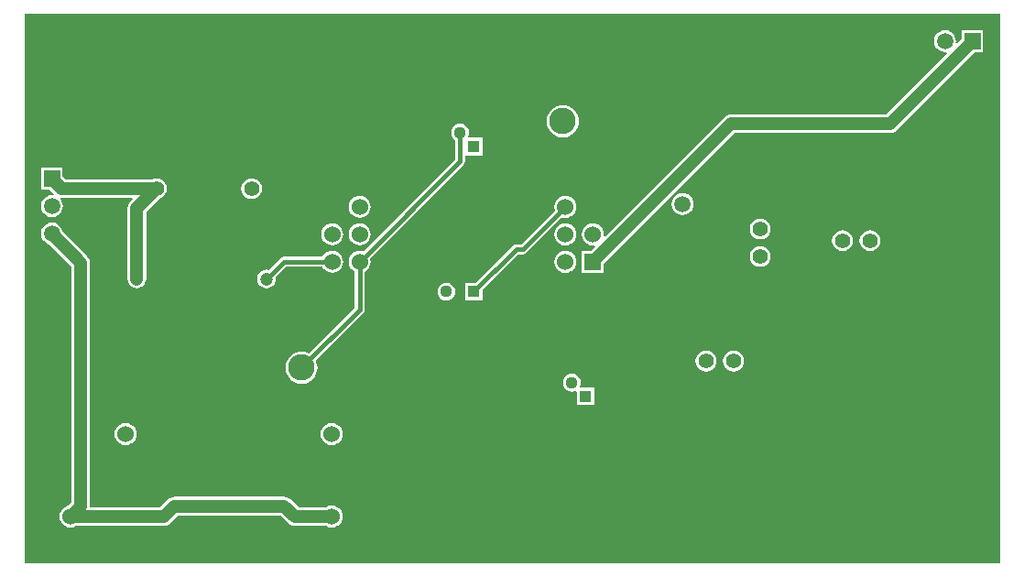
<source format=gbl>
G04*
G04 #@! TF.GenerationSoftware,Altium Limited,Altium Designer,22.1.2 (22)*
G04*
G04 Layer_Physical_Order=2*
G04 Layer_Color=16711680*
%FSLAX25Y25*%
%MOIN*%
G70*
G04*
G04 #@! TF.SameCoordinates,7B28BA5E-EB16-4CEF-8106-4BD257A4405A*
G04*
G04*
G04 #@! TF.FilePolarity,Positive*
G04*
G01*
G75*
%ADD13C,0.01000*%
%ADD20C,0.09646*%
%ADD26C,0.04724*%
%ADD27C,0.01500*%
%ADD28R,0.05906X0.05906*%
%ADD29C,0.05906*%
%ADD30R,0.05906X0.05906*%
%ADD31C,0.06000*%
%ADD32C,0.04449*%
%ADD33R,0.04449X0.04449*%
%ADD34R,0.06000X0.06000*%
%ADD35C,0.05512*%
%ADD36C,0.04724*%
%ADD37C,0.05000*%
G36*
X-4Y-189673D02*
X-355004D01*
Y10327D01*
X-4D01*
Y-189673D01*
D02*
G37*
%LPC*%
G36*
X-20001Y4339D02*
X-21033Y4204D01*
X-21995Y3805D01*
X-22821Y3172D01*
X-23454Y2346D01*
X-23853Y1384D01*
X-23988Y353D01*
X-23853Y-679D01*
X-23454Y-1641D01*
X-22821Y-2467D01*
X-21995Y-3100D01*
X-21033Y-3498D01*
X-20001Y-3634D01*
X-19414Y-3557D01*
X-19180Y-4030D01*
X-41404Y-26254D01*
X-97755D01*
X-97755Y-26254D01*
X-98194Y-26311D01*
X-98633Y-26369D01*
X-99451Y-26708D01*
X-100153Y-27247D01*
X-100153Y-27247D01*
X-143672Y-70766D01*
X-144146Y-70533D01*
X-144076Y-70000D01*
X-144213Y-68956D01*
X-144616Y-67983D01*
X-145257Y-67147D01*
X-146093Y-66506D01*
X-147066Y-66103D01*
X-148110Y-65965D01*
X-149154Y-66103D01*
X-150127Y-66506D01*
X-150963Y-67147D01*
X-151604Y-67983D01*
X-152007Y-68956D01*
X-152145Y-70000D01*
X-152007Y-71044D01*
X-151604Y-72017D01*
X-150963Y-72853D01*
X-150127Y-73494D01*
X-149154Y-73897D01*
X-148110Y-74035D01*
X-147578Y-73964D01*
X-147344Y-74438D01*
X-148906Y-76000D01*
X-152110D01*
Y-84000D01*
X-144110D01*
Y-80796D01*
X-96350Y-33036D01*
X-39959D01*
X-39081Y-32921D01*
X-38263Y-32582D01*
X-37561Y-32043D01*
X-37430Y-31872D01*
X-9158Y-3600D01*
X-6049D01*
Y4305D01*
X-13954D01*
Y1196D01*
X-15618Y-468D01*
X-16092Y-235D01*
X-16015Y353D01*
X-16150Y1384D01*
X-16549Y2346D01*
X-17182Y3172D01*
X-18008Y3805D01*
X-18970Y4204D01*
X-20001Y4339D01*
D02*
G37*
G36*
X-159095Y-22929D02*
X-160236Y-23041D01*
X-161334Y-23374D01*
X-162345Y-23915D01*
X-163232Y-24642D01*
X-163959Y-25529D01*
X-164500Y-26540D01*
X-164833Y-27638D01*
X-164945Y-28780D01*
X-164833Y-29921D01*
X-164500Y-31019D01*
X-163959Y-32030D01*
X-163232Y-32917D01*
X-162345Y-33645D01*
X-161334Y-34185D01*
X-160236Y-34518D01*
X-159095Y-34631D01*
X-157953Y-34518D01*
X-156855Y-34185D01*
X-155844Y-33645D01*
X-154957Y-32917D01*
X-154230Y-32030D01*
X-153689Y-31019D01*
X-153356Y-29921D01*
X-153244Y-28780D01*
X-153356Y-27638D01*
X-153689Y-26540D01*
X-154230Y-25529D01*
X-154957Y-24642D01*
X-155844Y-23915D01*
X-156855Y-23374D01*
X-157953Y-23041D01*
X-159095Y-22929D01*
D02*
G37*
G36*
X-341078Y-45733D02*
X-348983D01*
Y-53638D01*
X-345883D01*
X-344221Y-55301D01*
X-344454Y-55775D01*
X-345031Y-55699D01*
X-346062Y-55835D01*
X-347024Y-56233D01*
X-347850Y-56867D01*
X-348483Y-57692D01*
X-348882Y-58654D01*
X-349018Y-59686D01*
X-348882Y-60718D01*
X-348483Y-61679D01*
X-347850Y-62505D01*
X-347024Y-63139D01*
X-346062Y-63537D01*
X-345031Y-63673D01*
X-343999Y-63537D01*
X-343037Y-63139D01*
X-342212Y-62505D01*
X-341578Y-61679D01*
X-341180Y-60718D01*
X-341044Y-59686D01*
X-341180Y-58654D01*
X-341578Y-57692D01*
X-342009Y-57131D01*
X-341738Y-56662D01*
X-341412Y-56705D01*
X-315845D01*
X-315654Y-57167D01*
X-316492Y-58006D01*
X-317031Y-58708D01*
X-317230Y-59187D01*
X-317370Y-59526D01*
X-317486Y-60404D01*
Y-86181D01*
X-317370Y-87059D01*
X-317031Y-87877D01*
X-316492Y-88579D01*
X-315790Y-89118D01*
X-314972Y-89457D01*
X-314094Y-89572D01*
X-313217Y-89457D01*
X-312399Y-89118D01*
X-311697Y-88579D01*
X-311158Y-87877D01*
X-310819Y-87059D01*
X-310703Y-86181D01*
Y-61808D01*
X-305757Y-56863D01*
X-305111Y-56595D01*
X-304326Y-55993D01*
X-303724Y-55208D01*
X-303345Y-54294D01*
X-303216Y-53314D01*
X-303345Y-52333D01*
X-303724Y-51420D01*
X-304326Y-50635D01*
X-305111Y-50033D01*
X-306024Y-49655D01*
X-307005Y-49526D01*
X-307985Y-49655D01*
X-308632Y-49923D01*
X-340007D01*
X-341078Y-48852D01*
Y-45733D01*
D02*
G37*
G36*
X-272362Y-49525D02*
X-273343Y-49655D01*
X-274256Y-50033D01*
X-275041Y-50635D01*
X-275643Y-51420D01*
X-276021Y-52333D01*
X-276150Y-53314D01*
X-276021Y-54294D01*
X-275643Y-55208D01*
X-275041Y-55993D01*
X-274256Y-56595D01*
X-273343Y-56973D01*
X-272362Y-57102D01*
X-271382Y-56973D01*
X-270468Y-56595D01*
X-269684Y-55993D01*
X-269081Y-55208D01*
X-268703Y-54294D01*
X-268574Y-53314D01*
X-268703Y-52333D01*
X-269081Y-51420D01*
X-269684Y-50635D01*
X-270468Y-50033D01*
X-271382Y-49655D01*
X-272362Y-49525D01*
D02*
G37*
G36*
X-115472Y-54911D02*
X-116504Y-55047D01*
X-117466Y-55445D01*
X-118292Y-56078D01*
X-118925Y-56904D01*
X-119324Y-57866D01*
X-119459Y-58898D01*
X-119324Y-59930D01*
X-118925Y-60891D01*
X-118292Y-61717D01*
X-117466Y-62350D01*
X-116504Y-62749D01*
X-115472Y-62884D01*
X-114441Y-62749D01*
X-113479Y-62350D01*
X-112653Y-61717D01*
X-112020Y-60891D01*
X-111621Y-59930D01*
X-111486Y-58898D01*
X-111621Y-57866D01*
X-112020Y-56904D01*
X-112653Y-56078D01*
X-113479Y-55445D01*
X-114441Y-55047D01*
X-115472Y-54911D01*
D02*
G37*
G36*
X-232953Y-55887D02*
X-233997Y-56024D01*
X-234970Y-56427D01*
X-235806Y-57068D01*
X-236447Y-57904D01*
X-236850Y-58877D01*
X-236987Y-59921D01*
X-236850Y-60966D01*
X-236447Y-61939D01*
X-235806Y-62774D01*
X-234970Y-63415D01*
X-233997Y-63818D01*
X-232953Y-63956D01*
X-231909Y-63818D01*
X-230936Y-63415D01*
X-230100Y-62774D01*
X-229459Y-61939D01*
X-229056Y-60966D01*
X-228918Y-59921D01*
X-229056Y-58877D01*
X-229459Y-57904D01*
X-230100Y-57068D01*
X-230936Y-56427D01*
X-231909Y-56024D01*
X-232953Y-55887D01*
D02*
G37*
G36*
X-158110Y-55966D02*
X-159154Y-56103D01*
X-160127Y-56506D01*
X-160963Y-57147D01*
X-161604Y-57983D01*
X-162007Y-58956D01*
X-162145Y-60000D01*
X-162007Y-61044D01*
X-161911Y-61277D01*
X-174260Y-73627D01*
X-176041D01*
X-176041Y-73627D01*
X-176724Y-73763D01*
X-177303Y-74149D01*
X-190756Y-87602D01*
X-194681D01*
Y-94051D01*
X-188232D01*
Y-90126D01*
X-175302Y-77195D01*
X-173521D01*
X-172838Y-77060D01*
X-172260Y-76673D01*
X-159387Y-63801D01*
X-159154Y-63897D01*
X-158110Y-64034D01*
X-157066Y-63897D01*
X-156093Y-63494D01*
X-155257Y-62853D01*
X-154616Y-62017D01*
X-154213Y-61044D01*
X-154076Y-60000D01*
X-154213Y-58956D01*
X-154616Y-57983D01*
X-155257Y-57147D01*
X-156093Y-56506D01*
X-157066Y-56103D01*
X-158110Y-55966D01*
D02*
G37*
G36*
X-87205Y-64204D02*
X-88185Y-64333D01*
X-89099Y-64711D01*
X-89884Y-65313D01*
X-90486Y-66098D01*
X-90864Y-67012D01*
X-90993Y-67992D01*
X-90864Y-68973D01*
X-90486Y-69886D01*
X-89884Y-70671D01*
X-89099Y-71273D01*
X-88185Y-71651D01*
X-87205Y-71780D01*
X-86224Y-71651D01*
X-85311Y-71273D01*
X-84526Y-70671D01*
X-83924Y-69886D01*
X-83546Y-68973D01*
X-83416Y-67992D01*
X-83546Y-67012D01*
X-83924Y-66098D01*
X-84526Y-65313D01*
X-85311Y-64711D01*
X-86224Y-64333D01*
X-87205Y-64204D01*
D02*
G37*
G36*
X-232953Y-65887D02*
X-233997Y-66024D01*
X-234970Y-66427D01*
X-235806Y-67068D01*
X-236447Y-67904D01*
X-236850Y-68877D01*
X-236987Y-69921D01*
X-236850Y-70965D01*
X-236447Y-71939D01*
X-235806Y-72774D01*
X-234970Y-73415D01*
X-233997Y-73818D01*
X-232953Y-73956D01*
X-231909Y-73818D01*
X-230936Y-73415D01*
X-230100Y-72774D01*
X-229459Y-71939D01*
X-229056Y-70965D01*
X-228918Y-69921D01*
X-229056Y-68877D01*
X-229459Y-67904D01*
X-230100Y-67068D01*
X-230936Y-66427D01*
X-231909Y-66024D01*
X-232953Y-65887D01*
D02*
G37*
G36*
X-242953D02*
X-243997Y-66024D01*
X-244970Y-66427D01*
X-245806Y-67068D01*
X-246447Y-67904D01*
X-246850Y-68877D01*
X-246987Y-69921D01*
X-246850Y-70965D01*
X-246447Y-71939D01*
X-245806Y-72774D01*
X-244970Y-73415D01*
X-243997Y-73818D01*
X-242953Y-73956D01*
X-241909Y-73818D01*
X-240935Y-73415D01*
X-240100Y-72774D01*
X-239459Y-71939D01*
X-239056Y-70965D01*
X-238918Y-69921D01*
X-239056Y-68877D01*
X-239459Y-67904D01*
X-240100Y-67068D01*
X-240935Y-66427D01*
X-241909Y-66024D01*
X-242953Y-65887D01*
D02*
G37*
G36*
X-158110Y-65965D02*
X-159154Y-66103D01*
X-160127Y-66506D01*
X-160963Y-67147D01*
X-161604Y-67983D01*
X-162007Y-68956D01*
X-162145Y-70000D01*
X-162007Y-71044D01*
X-161604Y-72017D01*
X-160963Y-72853D01*
X-160127Y-73494D01*
X-159154Y-73897D01*
X-158110Y-74035D01*
X-157066Y-73897D01*
X-156093Y-73494D01*
X-155257Y-72853D01*
X-154616Y-72017D01*
X-154213Y-71044D01*
X-154076Y-70000D01*
X-154213Y-68956D01*
X-154616Y-67983D01*
X-155257Y-67147D01*
X-156093Y-66506D01*
X-157066Y-66103D01*
X-158110Y-65965D01*
D02*
G37*
G36*
X-47323Y-68416D02*
X-48303Y-68546D01*
X-49217Y-68924D01*
X-50002Y-69526D01*
X-50604Y-70311D01*
X-50982Y-71224D01*
X-51111Y-72205D01*
X-50982Y-73185D01*
X-50604Y-74099D01*
X-50002Y-74884D01*
X-49217Y-75485D01*
X-48303Y-75864D01*
X-47323Y-75993D01*
X-46342Y-75864D01*
X-45429Y-75485D01*
X-44644Y-74884D01*
X-44042Y-74099D01*
X-43664Y-73185D01*
X-43534Y-72205D01*
X-43664Y-71224D01*
X-44042Y-70311D01*
X-44644Y-69526D01*
X-45429Y-68924D01*
X-46342Y-68546D01*
X-47323Y-68416D01*
D02*
G37*
G36*
X-57323D02*
X-58303Y-68546D01*
X-59217Y-68924D01*
X-60002Y-69526D01*
X-60604Y-70311D01*
X-60982Y-71224D01*
X-61111Y-72205D01*
X-60982Y-73185D01*
X-60604Y-74099D01*
X-60002Y-74884D01*
X-59217Y-75485D01*
X-58303Y-75864D01*
X-57323Y-75993D01*
X-56342Y-75864D01*
X-55429Y-75485D01*
X-54644Y-74884D01*
X-54042Y-74099D01*
X-53664Y-73185D01*
X-53535Y-72205D01*
X-53664Y-71224D01*
X-54042Y-70311D01*
X-54644Y-69526D01*
X-55429Y-68924D01*
X-56342Y-68546D01*
X-57323Y-68416D01*
D02*
G37*
G36*
X-196457Y-29700D02*
X-197298Y-29811D01*
X-198083Y-30136D01*
X-198756Y-30653D01*
X-199273Y-31327D01*
X-199598Y-32111D01*
X-199709Y-32953D01*
X-199598Y-33795D01*
X-199273Y-34579D01*
X-198756Y-35252D01*
X-198241Y-35648D01*
Y-42686D01*
X-231676Y-76121D01*
X-231909Y-76024D01*
X-232953Y-75887D01*
X-233997Y-76024D01*
X-234970Y-76427D01*
X-235806Y-77068D01*
X-236447Y-77904D01*
X-236850Y-78877D01*
X-236987Y-79921D01*
X-236850Y-80966D01*
X-236447Y-81938D01*
X-235806Y-82774D01*
X-234970Y-83415D01*
X-234737Y-83512D01*
Y-96544D01*
X-251476Y-113283D01*
X-251895Y-113059D01*
X-252992Y-112726D01*
X-254134Y-112614D01*
X-255275Y-112726D01*
X-256373Y-113059D01*
X-257384Y-113600D01*
X-258271Y-114327D01*
X-258999Y-115214D01*
X-259540Y-116226D01*
X-259872Y-117323D01*
X-259985Y-118465D01*
X-259872Y-119606D01*
X-259540Y-120704D01*
X-258999Y-121715D01*
X-258271Y-122602D01*
X-257384Y-123329D01*
X-256373Y-123870D01*
X-255275Y-124203D01*
X-254134Y-124316D01*
X-252992Y-124203D01*
X-251895Y-123870D01*
X-250883Y-123329D01*
X-249997Y-122602D01*
X-249269Y-121715D01*
X-248728Y-120704D01*
X-248395Y-119606D01*
X-248283Y-118465D01*
X-248395Y-117323D01*
X-248728Y-116226D01*
X-248952Y-115806D01*
X-231691Y-98545D01*
X-231691Y-98545D01*
X-231304Y-97966D01*
X-231169Y-97284D01*
Y-83512D01*
X-230936Y-83415D01*
X-230100Y-82774D01*
X-229459Y-81938D01*
X-229056Y-80966D01*
X-228918Y-79921D01*
X-229056Y-78877D01*
X-229152Y-78644D01*
X-195195Y-44687D01*
X-195195Y-44687D01*
X-194808Y-44108D01*
X-194672Y-43425D01*
Y-41177D01*
X-188232D01*
Y-34728D01*
X-193161D01*
X-193495Y-34228D01*
X-193315Y-33795D01*
X-193204Y-32953D01*
X-193315Y-32111D01*
X-193640Y-31327D01*
X-194157Y-30653D01*
X-194831Y-30136D01*
X-195615Y-29811D01*
X-196457Y-29700D01*
D02*
G37*
G36*
X-87205Y-74204D02*
X-88185Y-74333D01*
X-89099Y-74711D01*
X-89884Y-75313D01*
X-90486Y-76098D01*
X-90864Y-77012D01*
X-90993Y-77992D01*
X-90864Y-78973D01*
X-90486Y-79886D01*
X-89884Y-80671D01*
X-89099Y-81273D01*
X-88185Y-81651D01*
X-87205Y-81780D01*
X-86224Y-81651D01*
X-85311Y-81273D01*
X-84526Y-80671D01*
X-83924Y-79886D01*
X-83546Y-78973D01*
X-83416Y-77992D01*
X-83546Y-77012D01*
X-83924Y-76098D01*
X-84526Y-75313D01*
X-85311Y-74711D01*
X-86224Y-74333D01*
X-87205Y-74204D01*
D02*
G37*
G36*
X-242953Y-75887D02*
X-243997Y-76024D01*
X-244970Y-76427D01*
X-245806Y-77068D01*
X-246447Y-77904D01*
X-246543Y-78137D01*
X-260591D01*
X-261273Y-78273D01*
X-261852Y-78660D01*
X-261852Y-78660D01*
X-266084Y-82891D01*
X-266850Y-82790D01*
X-267728Y-82905D01*
X-268546Y-83244D01*
X-269248Y-83783D01*
X-269787Y-84486D01*
X-270126Y-85303D01*
X-270242Y-86181D01*
X-270126Y-87059D01*
X-269787Y-87877D01*
X-269248Y-88579D01*
X-268546Y-89118D01*
X-267728Y-89457D01*
X-266850Y-89572D01*
X-265973Y-89457D01*
X-265155Y-89118D01*
X-264452Y-88579D01*
X-263913Y-87877D01*
X-263575Y-87059D01*
X-263459Y-86181D01*
X-263560Y-85414D01*
X-259852Y-81705D01*
X-246543D01*
X-246447Y-81938D01*
X-245806Y-82774D01*
X-244970Y-83415D01*
X-243997Y-83818D01*
X-242953Y-83956D01*
X-241909Y-83818D01*
X-240935Y-83415D01*
X-240100Y-82774D01*
X-239459Y-81938D01*
X-239056Y-80966D01*
X-238918Y-79921D01*
X-239056Y-78877D01*
X-239459Y-77904D01*
X-240100Y-77068D01*
X-240935Y-76427D01*
X-241909Y-76024D01*
X-242953Y-75887D01*
D02*
G37*
G36*
X-158110Y-75965D02*
X-159154Y-76103D01*
X-160127Y-76506D01*
X-160963Y-77147D01*
X-161604Y-77983D01*
X-162007Y-78956D01*
X-162145Y-80000D01*
X-162007Y-81044D01*
X-161604Y-82017D01*
X-160963Y-82853D01*
X-160127Y-83494D01*
X-159154Y-83897D01*
X-158110Y-84035D01*
X-157066Y-83897D01*
X-156093Y-83494D01*
X-155257Y-82853D01*
X-154616Y-82017D01*
X-154213Y-81044D01*
X-154076Y-80000D01*
X-154213Y-78956D01*
X-154616Y-77983D01*
X-155257Y-77147D01*
X-156093Y-76506D01*
X-157066Y-76103D01*
X-158110Y-75965D01*
D02*
G37*
G36*
X-201457Y-87574D02*
X-202298Y-87685D01*
X-203083Y-88010D01*
X-203756Y-88527D01*
X-204273Y-89201D01*
X-204598Y-89985D01*
X-204709Y-90827D01*
X-204598Y-91668D01*
X-204273Y-92453D01*
X-203756Y-93126D01*
X-203083Y-93643D01*
X-202298Y-93968D01*
X-201457Y-94079D01*
X-200615Y-93968D01*
X-199831Y-93643D01*
X-199157Y-93126D01*
X-198640Y-92453D01*
X-198315Y-91668D01*
X-198205Y-90827D01*
X-198315Y-89985D01*
X-198640Y-89201D01*
X-199157Y-88527D01*
X-199831Y-88010D01*
X-200615Y-87685D01*
X-201457Y-87574D01*
D02*
G37*
G36*
X-96929Y-112314D02*
X-97910Y-112443D01*
X-98823Y-112822D01*
X-99608Y-113424D01*
X-100210Y-114208D01*
X-100588Y-115122D01*
X-100717Y-116102D01*
X-100588Y-117083D01*
X-100210Y-117997D01*
X-99608Y-118781D01*
X-98823Y-119383D01*
X-97910Y-119762D01*
X-96929Y-119891D01*
X-95949Y-119762D01*
X-95035Y-119383D01*
X-94250Y-118781D01*
X-93648Y-117997D01*
X-93270Y-117083D01*
X-93141Y-116102D01*
X-93270Y-115122D01*
X-93648Y-114208D01*
X-94250Y-113424D01*
X-95035Y-112822D01*
X-95949Y-112443D01*
X-96929Y-112314D01*
D02*
G37*
G36*
X-106929D02*
X-107910Y-112443D01*
X-108823Y-112822D01*
X-109608Y-113424D01*
X-110210Y-114208D01*
X-110588Y-115122D01*
X-110717Y-116102D01*
X-110588Y-117083D01*
X-110210Y-117997D01*
X-109608Y-118781D01*
X-108823Y-119383D01*
X-107910Y-119762D01*
X-106929Y-119891D01*
X-105949Y-119762D01*
X-105035Y-119383D01*
X-104250Y-118781D01*
X-103648Y-117997D01*
X-103270Y-117083D01*
X-103141Y-116102D01*
X-103270Y-115122D01*
X-103648Y-114208D01*
X-104250Y-113424D01*
X-105035Y-112822D01*
X-105949Y-112443D01*
X-106929Y-112314D01*
D02*
G37*
G36*
X-155787Y-120685D02*
X-156629Y-120796D01*
X-157413Y-121121D01*
X-158087Y-121637D01*
X-158604Y-122311D01*
X-158929Y-123095D01*
X-159040Y-123937D01*
X-158929Y-124779D01*
X-158604Y-125563D01*
X-158087Y-126237D01*
X-157413Y-126753D01*
X-156629Y-127078D01*
X-155787Y-127189D01*
X-154946Y-127078D01*
X-154512Y-126899D01*
X-154012Y-127233D01*
Y-132161D01*
X-147563D01*
Y-125713D01*
X-152492D01*
X-152826Y-125213D01*
X-152646Y-124779D01*
X-152535Y-123937D01*
X-152646Y-123095D01*
X-152971Y-122311D01*
X-153488Y-121637D01*
X-154161Y-121121D01*
X-154946Y-120796D01*
X-155787Y-120685D01*
D02*
G37*
G36*
X-243189Y-138643D02*
X-244233Y-138780D01*
X-245206Y-139183D01*
X-246042Y-139824D01*
X-246683Y-140660D01*
X-247086Y-141633D01*
X-247223Y-142677D01*
X-247086Y-143721D01*
X-246683Y-144694D01*
X-246042Y-145530D01*
X-245206Y-146171D01*
X-244233Y-146574D01*
X-243189Y-146712D01*
X-242145Y-146574D01*
X-241172Y-146171D01*
X-240336Y-145530D01*
X-239695Y-144694D01*
X-239292Y-143721D01*
X-239155Y-142677D01*
X-239292Y-141633D01*
X-239695Y-140660D01*
X-240336Y-139824D01*
X-241172Y-139183D01*
X-242145Y-138780D01*
X-243189Y-138643D01*
D02*
G37*
G36*
X-318189D02*
X-319233Y-138780D01*
X-320206Y-139183D01*
X-321042Y-139824D01*
X-321683Y-140660D01*
X-322086Y-141633D01*
X-322223Y-142677D01*
X-322086Y-143721D01*
X-321683Y-144694D01*
X-321042Y-145530D01*
X-320206Y-146171D01*
X-319233Y-146574D01*
X-318189Y-146712D01*
X-317145Y-146574D01*
X-316172Y-146171D01*
X-315336Y-145530D01*
X-314695Y-144694D01*
X-314292Y-143721D01*
X-314155Y-142677D01*
X-314292Y-141633D01*
X-314695Y-140660D01*
X-315336Y-139824D01*
X-316172Y-139183D01*
X-317145Y-138780D01*
X-318189Y-138643D01*
D02*
G37*
G36*
X-345031Y-65699D02*
X-346062Y-65835D01*
X-347024Y-66233D01*
X-347850Y-66867D01*
X-348483Y-67692D01*
X-348882Y-68654D01*
X-349018Y-69686D01*
X-348882Y-70718D01*
X-348483Y-71679D01*
X-347850Y-72505D01*
X-347024Y-73138D01*
X-346062Y-73537D01*
X-346004Y-73544D01*
X-337879Y-81669D01*
Y-167572D01*
X-339066Y-168758D01*
X-339233Y-168780D01*
X-340206Y-169183D01*
X-341042Y-169824D01*
X-341683Y-170660D01*
X-342086Y-171633D01*
X-342224Y-172677D01*
X-342086Y-173721D01*
X-341683Y-174694D01*
X-341042Y-175530D01*
X-340206Y-176171D01*
X-339233Y-176574D01*
X-338189Y-176712D01*
X-337145Y-176574D01*
X-336172Y-176171D01*
X-336038Y-176068D01*
X-304232D01*
X-303355Y-175953D01*
X-302537Y-175614D01*
X-301835Y-175075D01*
X-299013Y-172253D01*
X-261819D01*
X-258997Y-175075D01*
X-258997Y-175075D01*
X-258295Y-175614D01*
X-257477Y-175953D01*
X-257038Y-176011D01*
X-256599Y-176068D01*
X-256599Y-176068D01*
X-245340D01*
X-245206Y-176171D01*
X-244233Y-176574D01*
X-243189Y-176712D01*
X-242145Y-176574D01*
X-241172Y-176171D01*
X-240336Y-175530D01*
X-239695Y-174694D01*
X-239292Y-173721D01*
X-239155Y-172677D01*
X-239292Y-171633D01*
X-239695Y-170660D01*
X-240336Y-169824D01*
X-241172Y-169183D01*
X-242145Y-168780D01*
X-243189Y-168643D01*
X-244233Y-168780D01*
X-245206Y-169183D01*
X-245340Y-169286D01*
X-255195D01*
X-258016Y-166464D01*
X-258719Y-165925D01*
X-259537Y-165587D01*
X-260414Y-165471D01*
X-300417D01*
X-300417Y-165471D01*
X-300856Y-165529D01*
X-301295Y-165587D01*
X-302113Y-165925D01*
X-302815Y-166464D01*
X-302816Y-166464D01*
X-305637Y-169286D01*
X-330825D01*
X-331097Y-168976D01*
Y-80265D01*
X-331097Y-80265D01*
X-331212Y-79387D01*
X-331551Y-78569D01*
X-332090Y-77867D01*
X-341161Y-68796D01*
X-341180Y-68654D01*
X-341578Y-67692D01*
X-342212Y-66867D01*
X-343037Y-66233D01*
X-343999Y-65835D01*
X-345031Y-65699D01*
D02*
G37*
%LPD*%
D13*
X-232953Y-69921D02*
X-231996Y-70878D01*
D20*
X-159095Y-28780D02*
D03*
X-254134Y-118465D02*
D03*
D26*
X-39959Y-29605D02*
X-10001Y353D01*
X-39959Y-29645D02*
Y-29605D01*
X-334488Y-168976D02*
Y-80265D01*
X-345031Y-69722D02*
X-334488Y-80265D01*
X-341412Y-53314D02*
X-307005D01*
X-345002Y-49724D02*
X-341412Y-53314D01*
X-338189Y-172677D02*
X-334488Y-168976D01*
X-338189Y-172677D02*
X-304232D01*
X-256599D02*
X-243189D01*
X-260414Y-168862D02*
X-256599Y-172677D01*
X-300417Y-168862D02*
X-260414D01*
X-304232Y-172677D02*
X-300417Y-168862D01*
X-97755Y-29645D02*
X-39959D01*
X-148110Y-80000D02*
X-97755Y-29645D01*
X-314094Y-86181D02*
Y-60404D01*
X-307005Y-53314D01*
D27*
X-176041Y-75411D02*
X-173521D01*
X-158110Y-60000D01*
X-266850Y-86181D02*
X-260591Y-79921D01*
X-242953D01*
X-232953D02*
X-196457Y-43425D01*
Y-32953D01*
X-191457Y-90827D02*
X-176041Y-75411D01*
X-254134Y-118465D02*
X-232953Y-97284D01*
Y-79921D01*
D28*
X-345031Y-49686D02*
D03*
X-115472Y-86850D02*
D03*
D29*
X-345031Y-59686D02*
D03*
Y-69686D02*
D03*
Y-79686D02*
D03*
X-20001Y353D02*
D03*
X-30002D02*
D03*
X-40001D02*
D03*
X-115472Y-58898D02*
D03*
D30*
X-10001Y353D02*
D03*
D31*
X-158110Y-70000D02*
D03*
Y-60000D02*
D03*
X-242953Y-79921D02*
D03*
Y-69921D02*
D03*
X-232953Y-59921D02*
D03*
X-148110Y-60000D02*
D03*
X-158110Y-80000D02*
D03*
X-148110Y-70000D02*
D03*
X-232953Y-79921D02*
D03*
X-243189Y-172677D02*
D03*
X-318189Y-142677D02*
D03*
X-243189D02*
D03*
X-338189Y-172677D02*
D03*
X-232953Y-69921D02*
D03*
D32*
X-201457Y-37953D02*
D03*
X-196457Y-32953D02*
D03*
X-196457Y-85827D02*
D03*
X-201457Y-90827D02*
D03*
X-160787Y-128937D02*
D03*
X-155787Y-123937D02*
D03*
D33*
X-191457Y-37953D02*
D03*
X-191457Y-90827D02*
D03*
X-150787Y-128937D02*
D03*
D34*
X-148110Y-80000D02*
D03*
X-242953Y-59921D02*
D03*
D35*
X-307005Y-43314D02*
D03*
Y-53314D02*
D03*
X-47323Y-72205D02*
D03*
X-57323D02*
D03*
X-87205Y-77992D02*
D03*
Y-67992D02*
D03*
X-272362Y-53314D02*
D03*
Y-43314D02*
D03*
X-96929Y-116102D02*
D03*
X-106929D02*
D03*
D36*
X-266850Y-86181D02*
D03*
X-314094D02*
D03*
D37*
X-328626Y-111732D02*
D03*
X-82075D02*
D03*
X-271051Y-174724D02*
D03*
X-3335Y-17244D02*
D03*
Y-80236D02*
D03*
X-19083Y-111732D02*
D03*
X-3335Y-143228D02*
D03*
X-19083Y-174724D02*
D03*
X-50579Y-48740D02*
D03*
Y-111732D02*
D03*
X-34831Y-143228D02*
D03*
X-50579Y-174724D02*
D03*
X-66327Y-17244D02*
D03*
X-82075Y-48740D02*
D03*
X-66327Y-143228D02*
D03*
X-82075Y-174724D02*
D03*
X-97823Y-17244D02*
D03*
Y-143228D02*
D03*
X-113571Y-174724D02*
D03*
X-129319Y-17244D02*
D03*
X-145067Y-48740D02*
D03*
X-129319Y-80236D02*
D03*
Y-143228D02*
D03*
X-145067Y-174724D02*
D03*
X-160815Y-17244D02*
D03*
X-176563Y-48740D02*
D03*
X-160815Y-143228D02*
D03*
X-176563Y-174724D02*
D03*
X-192311Y-17244D02*
D03*
X-208059Y-48740D02*
D03*
X-192311Y-80236D02*
D03*
X-208059Y-111732D02*
D03*
X-192311Y-143228D02*
D03*
X-223807Y-17244D02*
D03*
X-239555Y-48740D02*
D03*
Y-111732D02*
D03*
X-223807Y-143228D02*
D03*
X-255303Y-17244D02*
D03*
X-271051Y-111732D02*
D03*
X-255303Y-143228D02*
D03*
X-286799Y-17244D02*
D03*
X-302547Y-48740D02*
D03*
X-286799Y-80236D02*
D03*
X-302547Y-111732D02*
D03*
X-318295Y-17244D02*
D03*
M02*

</source>
